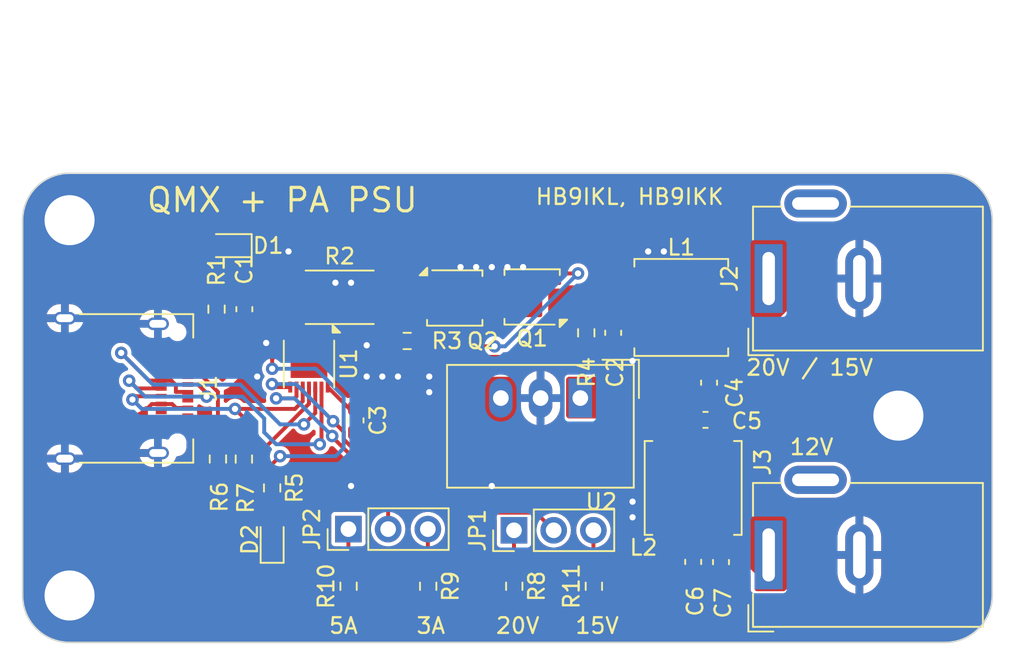
<source format=kicad_pcb>
(kicad_pcb (version 20221018) (generator pcbnew)
  (title_block (title "QMX + PA USB PD Power Board") (date "2024-10-08") (rev "1") (company "Lennart Werner"))
  (layers (0 "F.Cu" signal) (31 "B.Cu" signal) (34 "B.Paste" user) (35 "F.Paste" user) (36 "B.SilkS" user "B.Silkscreen") (37 "F.SilkS" user "F.Silkscreen") (38 "B.Mask" user) (39 "F.Mask" user) (44 "Edge.Cuts" user))
  (net 0 "")
  (net 1 "Net-(U1-ISENP)")
  (net 2 "GND")
  (net 3 "Net-(C2-Pad1)")
  (net 4 "Net-(U1-V5V)")
  (net 5 "VCC")
  (net 6 "Net-(U2-Vout)")
  (net 7 "+12V")
  (net 8 "Net-(D1-A)")
  (net 9 "Net-(D2-A)")
  (net 12 "Net-(J1-CC1)")
  (net 13 "Net-(U1-DP)")
  (net 14 "Net-(U1-DN)")
  (net 20 "Net-(J1-CC2)")
  (net 24 "Net-(JP1-A)")
  (net 25 "Net-(JP1-C)")
  (net 26 "Net-(JP1-B)")
  (net 27 "Net-(JP2-A)")
  (net 28 "Net-(JP2-C)")
  (net 29 "Net-(JP2-B)")
  (net 30 "Net-(Q1-G)")
  (net 31 "Net-(Q1-D)")
  (net 32 "Net-(U1-VCC)")
  (net 33 "Net-(U1-PWR_EN)")
  (net 34 "Net-(U1-VOUT)")
  (net 35 "Net-(U1-LED)")
  (footprint "Resistor_SMD:R_0603_1608Metric" (layer "F.Cu") (at 149.931904 93.409 -90)
    (fp_text reference "R9" (at 0 -1.43 90) (layer "F.SilkS"))
    (fp_text value "39k 1%")
    (fp_line (start -0.237258 -0.5225) (end 0.237258 -0.5225) (stroke (width 0.12)) (layer "F.SilkS"))
    (fp_line (start -0.237258 0.5225) (end 0.237258 0.5225) (stroke (width 0.12)) (layer "F.SilkS"))
    (pad "1" smd roundrect (at -0.825 0 270) (size 0.8 0.95) (layers "F.Cu" "F.Paste" "F.Mask") (net 29 "Net-(JP2-B)"))
    (pad "2" smd roundrect (at 0.825 0 270) (size 0.8 0.95) (layers "F.Cu" "F.Paste" "F.Mask") (net 2 "GND"))
  )
  (footprint "Connector_BarrelJack:BarrelJack_Wuerth_6941xx301002" (layer "F.Cu") (at 171.704 73.73301 90)
    (fp_text reference "J2" (at 0 -2.5 90) (layer "F.SilkS"))
    (fp_text value "Jack-DC")
    (fp_line (start -4.9 -1.3) (end -4.9 0.3) (stroke (width 0.12)) (layer "F.SilkS"))
    (fp_line (start -4.6 -1) (end -2.5 -1) (stroke (width 0.12)) (layer "F.SilkS"))
    (fp_line (start -4.6 13.7) (end -4.6 -1) (stroke (width 0.12)) (layer "F.SilkS"))
    (fp_line (start -3.2 -1.3) (end -4.9 -1.3) (stroke (width 0.12)) (layer "F.SilkS"))
    (fp_line (start 2.5 -1) (end 4.6 -1) (stroke (width 0.12)) (layer "F.SilkS"))
    (fp_line (start 4.6 -1) (end 4.6 0.8) (stroke (width 0.12)) (layer "F.SilkS"))
    (fp_line (start 4.6 5.2) (end 4.6 13.7) (stroke (width 0.12)) (layer "F.SilkS"))
    (fp_line (start 4.6 13.7) (end -4.6 13.7) (stroke (width 0.12)) (layer "F.SilkS"))
    (pad "1" thru_hole rect (at 0 0 90) (size 4.4 1.8) (drill oval 3.4 0.8) (layers "*.Cu" "*.Mask") (net 5 "VCC"))
    (pad "2" thru_hole oval (at 0 5.8 90) (size 4 1.8) (drill oval 3 0.8) (layers "*.Cu" "*.Mask") (net 2 "GND"))
    (pad "3" thru_hole oval (at 4.8 3 180) (size 4 1.8) (drill oval 3 0.8) (layers "*.Cu" "*.Mask"))
  )
  (footprint "Package_SON:Diodes_PowerDI3333-8" (layer "F.Cu") (at 156.579467 74.91 180)
    (fp_text reference "Q1" (at 0 -2.65) (layer "F.SilkS"))
    (fp_text value "DMN3009SFG-7")
    (fp_line (start -1.77 1.77) (end -1.77 1.4) (stroke (width 0.12)) (layer "F.SilkS"))
    (fp_line (start -1.77 1.77) (end 1.77 1.77) (stroke (width 0.12)) (layer "F.SilkS"))
    (fp_line (start 1.77 -1.77) (end -1.44 -1.77) (stroke (width 0.12)) (layer "F.SilkS"))
    (fp_line (start 1.77 -1.77) (end 1.77 -1.4) (stroke (width 0.12)) (layer "F.SilkS"))
    (fp_line (start 1.77 1.77) (end 1.77 1.4) (stroke (width 0.12)) (layer "F.SilkS"))
    (fp_poly (pts (xy -1.76 -1.45) (xy -2.24 -1.45) (xy -1.76 -1.93) (xy -1.76 -1.45)) (stroke (width 0.12)) (fill solid) (layer "F.SilkS"))
    (pad "1" smd roundrect (at -1.5 -0.975 180) (size 0.7 0.42) (layers "F.Cu" "F.Paste" "F.Mask") (net 3 "Net-(C2-Pad1)"))
    (pad "2" smd roundrect (at -1.5 -0.325 180) (size 0.7 0.42) (layers "F.Cu" "F.Paste" "F.Mask") (net 3 "Net-(C2-Pad1)"))
    (pad "3" smd roundrect (at -1.5 0.325 180) (size 0.7 0.42) (layers "F.Cu" "F.Paste" "F.Mask") (net 3 "Net-(C2-Pad1)"))
    (pad "4" smd roundrect (at -1.5 0.975 180) (size 0.7 0.42) (layers "F.Cu" "F.Paste" "F.Mask") (net 30 "Net-(Q1-G)"))
    (pad "5" smd custom (at 0.455 0 180) (size 1.71 2.37) (layers "F.Cu" "F.Mask") (net 31 "Net-(Q1-D)") (options (clearance outline) (anchor rect)) (primitives (gr_poly (pts (xy 1.395 1.185) (xy 0.855 1.185) (xy 0.855 0.765) (xy 1.395 0.765)) (width 0) (fill yes)) (gr_poly (pts (xy 1.395 0.535) (xy 0.855 0.535) (xy 0.855 0.115) (xy 1.395 0.115)) (width 0) (fill yes)) (gr_poly (pts (xy 1.395 -0.115) (xy 0.855 -0.115) (xy 0.855 -0.535) (xy 1.395 -0.535)) (width 0) (fill yes)) (gr_poly (pts (xy 1.395 -0.765) (xy 0.855 -0.765) (xy 0.855 -1.185) (xy 1.395 -1.185)) (width 0) (fill yes))))
  )
  (footprint "Resistor_SMD:R_0603_1608Metric" (layer "F.Cu") (at 139.954 87.122 -90)
    (fp_text reference "R5" (at 0 -1.43 90) (layer "F.SilkS"))
    (fp_text value "1k")
    (fp_line (start -0.237258 -0.5225) (end 0.237258 -0.5225) (stroke (width 0.12)) (layer "F.SilkS"))
    (fp_line (start -0.237258 0.5225) (end 0.237258 0.5225) (stroke (width 0.12)) (layer "F.SilkS"))
    (pad "1" smd roundrect (at -0.825 0 270) (size 0.8 0.95) (layers "F.Cu" "F.Paste" "F.Mask") (net 35 "Net-(U1-LED)"))
    (pad "2" smd roundrect (at 0.825 0 270) (size 0.8 0.95) (layers "F.Cu" "F.Paste" "F.Mask") (net 9 "Net-(D2-A)"))
  )
  (footprint "LED_SMD:LED_0603_1608Metric" (layer "F.Cu") (at 139.954 90.424 90)
    (fp_text reference "D2" (at 0 -1.43 90) (layer "F.SilkS"))
    (fp_text value "LED")
    (fp_line (start -1.485 -0.735) (end -1.485 0.735) (stroke (width 0.12)) (layer "F.SilkS"))
    (fp_line (start -1.485 0.735) (end 0.8 0.735) (stroke (width 0.12)) (layer "F.SilkS"))
    (fp_line (start 0.8 -0.735) (end -1.485 -0.735) (stroke (width 0.12)) (layer "F.SilkS"))
    (pad "1" smd roundrect (at -0.7875 0 90) (size 0.875 0.95) (layers "F.Cu" "F.Paste" "F.Mask") (net 2 "GND"))
    (pad "2" smd roundrect (at 0.7875 0 90) (size 0.875 0.95) (layers "F.Cu" "F.Paste" "F.Mask") (net 9 "Net-(D2-A)"))
  )
  (footprint "Resistor_SMD:R_0603_1608Metric" (layer "F.Cu") (at 155.436907 93.409 -90)
    (fp_text reference "R8" (at 0 -1.43 90) (layer "F.SilkS"))
    (fp_text value "39k 1%")
    (fp_line (start -0.237258 -0.5225) (end 0.237258 -0.5225) (stroke (width 0.12)) (layer "F.SilkS"))
    (fp_line (start -0.237258 0.5225) (end 0.237258 0.5225) (stroke (width 0.12)) (layer "F.SilkS"))
    (pad "1" smd roundrect (at -0.825 0 270) (size 0.8 0.95) (layers "F.Cu" "F.Paste" "F.Mask") (net 24 "Net-(JP1-A)"))
    (pad "2" smd roundrect (at 0.825 0 270) (size 0.8 0.95) (layers "F.Cu" "F.Paste" "F.Mask") (net 2 "GND"))
  )
  (footprint "Package_SON:Diodes_PowerDI3333-8" (layer "F.Cu") (at 151.630573 74.975)
    (fp_text reference "Q2" (at 1.785427 2.749) (layer "F.SilkS"))
    (fp_text value "DMN3009SFG-7")
    (fp_line (start -1.77 1.77) (end -1.77 1.4) (stroke (width 0.12)) (layer "F.SilkS"))
    (fp_line (start -1.77 1.77) (end 1.77 1.77) (stroke (width 0.12)) (layer "F.SilkS"))
    (fp_line (start 1.77 -1.77) (end -1.44 -1.77) (stroke (width 0.12)) (layer "F.SilkS"))
    (fp_line (start 1.77 -1.77) (end 1.77 -1.4) (stroke (width 0.12)) (layer "F.SilkS"))
    (fp_line (start 1.77 1.77) (end 1.77 1.4) (stroke (width 0.12)) (layer "F.SilkS"))
    (fp_poly (pts (xy -1.76 -1.45) (xy -2.24 -1.45) (xy -1.76 -1.93) (xy -1.76 -1.45)) (stroke (width 0.12)) (fill solid) (layer "F.SilkS"))
    (pad "1" smd roundrect (at -1.5 -0.975) (size 0.7 0.42) (layers "F.Cu" "F.Paste" "F.Mask") (net 32 "Net-(U1-VCC)"))
    (pad "2" smd roundrect (at -1.5 -0.325) (size 0.7 0.42) (layers "F.Cu" "F.Paste" "F.Mask") (net 32 "Net-(U1-VCC)"))
    (pad "3" smd roundrect (at -1.5 0.325) (size 0.7 0.42) (layers "F.Cu" "F.Paste" "F.Mask") (net 32 "Net-(U1-VCC)"))
    (pad "4" smd roundrect (at -1.5 0.975) (size 0.7 0.42) (layers "F.Cu" "F.Paste" "F.Mask") (net 30 "Net-(Q1-G)"))
    (pad "5" smd custom (at 0.455 0) (size 1.71 2.37) (layers "F.Cu" "F.Mask") (net 31 "Net-(Q1-D)") (options (clearance outline) (anchor rect)) (primitives (gr_poly (pts (xy 1.395 1.185) (xy 0.855 1.185) (xy 0.855 0.765) (xy 1.395 0.765)) (width 0) (fill yes)) (gr_poly (pts (xy 1.395 0.535) (xy 0.855 0.535) (xy 0.855 0.115) (xy 1.395 0.115)) (width 0) (fill yes)) (gr_poly (pts (xy 1.395 -0.115) (xy 0.855 -0.115) (xy 0.855 -0.535) (xy 1.395 -0.535)) (width 0) (fill yes)) (gr_poly (pts (xy 1.395 -0.765) (xy 0.855 -0.765) (xy 0.855 -1.185) (xy 1.395 -1.185)) (width 0) (fill yes))))
  )
  (footprint "Package_DFN_QFN:DFN-14-1EP_3x3mm_P0.4mm_EP1.78x2.35mm" (layer "F.Cu") (at 142.31 79.199 -90)
    (fp_text reference "U1" (at 0 -2.55 90) (layer "F.SilkS"))
    (fp_text value "~")
    (fp_line (start -1.5 -1.61) (end 1.5 -1.61) (stroke (width 0.12)) (layer "F.SilkS"))
    (fp_line (start -1.5 1.61) (end 1.5 1.61) (stroke (width 0.12)) (layer "F.SilkS"))
    (fp_poly (pts (xy -2.01 -1.51) (xy -2.49 -1.51) (xy -2.01 -1.99) (xy -2.01 -1.51)) (stroke (width 0.12)) (fill solid) (layer "F.SilkS"))
    (pad "1" smd rect (at -1.475 -1.2 270) (size 0.7 0.25) (layers "F.Cu" "F.Paste" "F.Mask") (net 34 "Net-(U1-VOUT)"))
    (pad "2" smd rect (at -1.475 -0.8 270) (size 0.7 0.25) (layers "F.Cu" "F.Paste" "F.Mask") (net 33 "Net-(U1-PWR_EN)"))
    (pad "3" smd rect (at -1.475 -0.4 270) (size 0.7 0.25) (layers "F.Cu" "F.Paste" "F.Mask") (net 32 "Net-(U1-VCC)"))
    (pad "4" smd rect (at -1.475 0 270) (size 0.7 0.25) (layers "F.Cu" "F.Paste" "F.Mask") (net 1 "Net-(U1-ISENP)"))
    (pad "5" smd rect (at -1.475 0.4 270) (size 0.7 0.25) (layers "F.Cu" "F.Paste" "F.Mask") (net 2 "GND"))
    (pad "6" smd rect (at -1.475 0.8 270) (size 0.7 0.25) (layers "F.Cu" "F.Paste" "F.Mask"))
    (pad "7" smd rect (at -1.475 1.2 270) (size 0.7 0.25) (layers "F.Cu" "F.Paste" "F.Mask") (net 35 "Net-(U1-LED)"))
    (pad "8" smd rect (at 1.475 1.2 270) (size 0.7 0.25) (layers "F.Cu" "F.Paste" "F.Mask") (net 25 "Net-(JP1-C)"))
    (pad "9" smd rect (at 1.475 0.8 270) (size 0.7 0.25) (layers "F.Cu" "F.Paste" "F.Mask") (net 28 "Net-(JP2-C)"))
    (pad "10" smd rect (at 1.475 0.4 270) (size 0.7 0.25) (layers "F.Cu" "F.Paste" "F.Mask") (net 20 "Net-(J1-CC2)"))
    (pad "11" smd rect (at 1.475 0 270) (size 0.7 0.25) (layers "F.Cu" "F.Paste" "F.Mask") (net 12 "Net-(J1-CC1)"))
    (pad "12" smd rect (at 1.475 -0.4 270) (size 0.7 0.25) (layers "F.Cu" "F.Paste" "F.Mask") (net 14 "Net-(U1-DN)"))
    (pad "13" smd rect (at 1.475 -0.8 270) (size 0.7 0.25) (layers "F.Cu" "F.Paste" "F.Mask") (net 13 "Net-(U1-DP)"))
    (pad "14" smd rect (at 1.475 -1.2 270) (size 0.7 0.25) (layers "F.Cu" "F.Paste" "F.Mask") (net 4 "Net-(U1-V5V)"))
    (pad "15" smd rect (at 0 0 270) (size 1.78 2.35) (layers "F.Cu" "F.Mask") (net 2 "GND"))
  )
  (footprint "Inductor_SMD:L_Coilcraft_XAL5030-XXX" (layer "F.Cu") (at 166.878 87.122 -90)
    (fp_text reference "L2" (at 3.81 3.175 -180) (layer "F.SilkS"))
    (fp_text value "1uH")
    (fp_line (start -3 -3.1) (end -3 -2.61) (stroke (width 0.12)) (layer "F.SilkS"))
    (fp_line (start -3 -3.1) (end 3 -3.1) (stroke (width 0.12)) (layer "F.SilkS"))
    (fp_line (start -3 3.1) (end -3 2.61) (stroke (width 0.12)) (layer "F.SilkS"))
    (fp_line (start -3 3.1) (end 3 3.1) (stroke (width 0.12)) (layer "F.SilkS"))
    (fp_line (start 3 -3.1) (end 3 -2.61) (stroke (width 0.12)) (layer "F.SilkS"))
    (fp_line (start 3 3.1) (end 3 2.61) (stroke (width 0.12)) (layer "F.SilkS"))
    (pad "1" smd rect (at -1.655 0 270) (size 1.18 4.7) (layers "F.Cu" "F.Paste" "F.Mask") (net 6 "Net-(U2-Vout)"))
    (pad "2" smd rect (at 1.655 0 270) (size 1.18 4.7) (layers "F.Cu" "F.Paste" "F.Mask") (net 7 "+12V"))
  )
  (footprint "Capacitor_SMD:C_0603_1608Metric" (layer "F.Cu") (at 145.288 82.804 -90)
    (fp_text reference "C3" (at 0 -1.43 90) (layer "F.SilkS"))
    (fp_text value "1uF")
    (fp_line (start -0.14058 -0.51) (end 0.14058 -0.51) (stroke (width 0.12)) (layer "F.SilkS"))
    (fp_line (start -0.14058 0.51) (end 0.14058 0.51) (stroke (width 0.12)) (layer "F.SilkS"))
    (pad "1" smd roundrect (at -0.775 0 270) (size 0.9 0.95) (layers "F.Cu" "F.Paste" "F.Mask") (net 4 "Net-(U1-V5V)"))
    (pad "2" smd roundrect (at 0.775 0 270) (size 0.9 0.95) (layers "F.Cu" "F.Paste" "F.Mask") (net 2 "GND"))
  )
  (footprint "Capacitor_SMD:C_0603_1608Metric" (layer "F.Cu") (at 166.878 91.852517 90)
    (fp_text reference "C6" (at -2.508483 0.127 90) (layer "F.SilkS"))
    (fp_text value "22uF")
    (fp_line (start -0.14058 -0.51) (end 0.14058 -0.51) (stroke (width 0.12)) (layer "F.SilkS"))
    (fp_line (start -0.14058 0.51) (end 0.14058 0.51) (stroke (width 0.12)) (layer "F.SilkS"))
    (pad "1" smd roundrect (at -0.775 0 90) (size 0.9 0.95) (layers "F.Cu" "F.Paste" "F.Mask") (net 2 "GND"))
    (pad "2" smd roundrect (at 0.775 0 90) (size 0.9 0.95) (layers "F.Cu" "F.Paste" "F.Mask") (net 7 "+12V"))
  )
  (footprint "Converter_DCDC:Converter_DCDC_TRACO_TSR-1_THT" (layer "F.Cu") (at 159.6585 81.3755 180)
    (fp_text reference "U2" (at -1.3415 -6.6245) (layer "F.SilkS"))
    (fp_text value "TSR_1-2412")
    (fp_line (start -3.75 0) (end -3.75 2.45) (stroke (width 0.12)) (layer "F.SilkS"))
    (fp_line (start -3.75 2.45) (end -1.42 2.45) (stroke (width 0.12)) (layer "F.SilkS"))
    (fp_line (start -3.42 -5.73) (end 8.52 -5.73) (stroke (width 0.12)) (layer "F.SilkS"))
    (fp_line (start -3.42 2.12) (end -3.42 -5.73) (stroke (width 0.12)) (layer "F.SilkS"))
    (fp_line (start 8.52 -5.73) (end 8.52 2.12) (stroke (width 0.12)) (layer "F.SilkS"))
    (fp_line (start 8.52 2.12) (end -3.42 2.12) (stroke (width 0.12)) (layer "F.SilkS"))
    (pad "1" thru_hole rect (at 0 0 180) (size 1.5 2.5) (drill 1) (layers "*.Cu" "*.Mask") (net 5 "VCC"))
    (pad "2" thru_hole oval (at 2.54 0 180) (size 1.5 2.5) (drill 1) (layers "*.Cu" "*.Mask") (net 2 "GND"))
    (pad "3" thru_hole oval (at 5.08 0 180) (size 1.5 2.5) (drill 1) (layers "*.Cu" "*.Mask") (net 6 "Net-(U2-Vout)"))
  )
  (footprint "Connector_BarrelJack:BarrelJack_Wuerth_6941xx301002" (layer "F.Cu") (at 171.704 91.405 90)
    (fp_text reference "J3" (at 5.934 -0.381 90) (layer "F.SilkS"))
    (fp_text value "Jack-DC")
    (fp_line (start -4.9 -1.3) (end -4.9 0.3) (stroke (width 0.12)) (layer "F.SilkS"))
    (fp_line (start -4.6 -1) (end -2.5 -1) (stroke (width 0.12)) (layer "F.SilkS"))
    (fp_line (start -4.6 13.7) (end -4.6 -1) (stroke (width 0.12)) (layer "F.SilkS"))
    (fp_line (start -3.2 -1.3) (end -4.9 -1.3) (stroke (width 0.12)) (layer "F.SilkS"))
    (fp_line (start 2.5 -1) (end 4.6 -1) (stroke (width 0.12)) (layer "F.SilkS"))
    (fp_line (start 4.6 -1) (end 4.6 0.8) (stroke (width 0.12)) (layer "F.SilkS"))
    (fp_line (start 4.6 5.2) (end 4.6 13.7) (stroke (width 0.12)) (layer "F.SilkS"))
    (fp_line (start 4.6 13.7) (end -4.6 13.7) (stroke (width 0.12)) (layer "F.SilkS"))
    (pad "1" thru_hole rect (at 0 0 90) (size 4.4 1.8) (drill oval 3.4 0.8) (layers "*.Cu" "*.Mask") (net 7 "+12V"))
    (pad "2" thru_hole oval (at 0 5.8 90) (size 4 1.8) (drill oval 3 0.8) (layers "*.Cu" "*.Mask") (net 2 "GND"))
    (pad "3" thru_hole oval (at 4.8 3 180) (size 4 1.8) (drill oval 3 0.8) (layers "*.Cu" "*.Mask"))
  )
  (footprint "Resistor_SMD:R_0603_1608Metric" (layer "F.Cu") (at 136.486305 85.272467 90)
    (fp_text reference "R6" (at -2.434799 0.103024 90) (layer "F.SilkS"))
    (fp_text value "5.1k")
    (fp_line (start -0.237258 -0.5225) (end 0.237258 -0.5225) (stroke (width 0.12)) (layer "F.SilkS"))
    (fp_line (start -0.237258 0.5225) (end 0.237258 0.5225) (stroke (width 0.12)) (layer "F.SilkS"))
    (pad "1" smd roundrect (at -0.825 0 90) (size 0.8 0.95) (layers "F.Cu" "F.Paste" "F.Mask") (net 2 "GND"))
    (pad "2" smd roundrect (at 0.825 0 90) (size 0.8 0.95) (layers "F.Cu" "F.Paste" "F.Mask") (net 12 "Net-(J1-CC1)"))
  )
  (footprint "Resistor_SMD:R_0603_1608Metric" (layer "F.Cu") (at 136.398 75.692 90)
    (fp_text reference "R1" (at 2.438266 0 90) (layer "F.SilkS"))
    (fp_text value "100k")
    (fp_line (start -0.237258 -0.5225) (end 0.237258 -0.5225) (stroke (width 0.12)) (layer "F.SilkS"))
    (fp_line (start -0.237258 0.5225) (end 0.237258 0.5225) (stroke (width 0.12)) (layer "F.SilkS"))
    (pad "1" smd roundrect (at -0.825 0 90) (size 0.8 0.95) (layers "F.Cu" "F.Paste" "F.Mask") (net 1 "Net-(U1-ISENP)"))
    (pad "2" smd roundrect (at 0.825 0 90) (size 0.8 0.95) (layers "F.Cu" "F.Paste" "F.Mask") (net 8 "Net-(D1-A)"))
  )
  (footprint "Connector_PinHeader_2.54mm:PinHeader_1x03_P2.54mm_Vertical" (layer "F.Cu") (at 144.831305 89.755714 90)
    (fp_text reference "JP2" (at 0 -2.33 90) (layer "F.SilkS"))
    (fp_text value "Jumper_3_Bridged12")
    (fp_line (start -1.33 -1.33) (end 0 -1.33) (stroke (width 0.12)) (layer "F.SilkS"))
    (fp_line (start -1.33 0) (end -1.33 -1.33) (stroke (width 0.12)) (layer "F.SilkS"))
    (fp_line (start -1.33 1.27) (end -1.33 6.41) (stroke (width 0.12)) (layer "F.SilkS"))
    (fp_line (start -1.33 1.27) (end 1.33 1.27) (stroke (width 0.12)) (layer "F.SilkS"))
    (fp_line (start -1.33 6.41) (end 1.33 6.41) (stroke (width 0.12)) (layer "F.SilkS"))
    (fp_line (start 1.33 1.27) (end 1.33 6.41) (stroke (width 0.12)) (layer "F.SilkS"))
    (pad "1" thru_hole rect (at 0 0 90) (size 1.7 1.7) (drill 1) (layers "*.Cu" "*.Mask") (net 27 "Net-(JP2-A)"))
    (pad "2" thru_hole oval (at 0 2.54 90) (size 1.7 1.7) (drill 1) (layers "*.Cu" "*.Mask") (net 28 "Net-(JP2-C)"))
    (pad "3" thru_hole oval (at 0 5.08 90) (size 1.7 1.7) (drill 1) (layers "*.Cu" "*.Mask") (net 29 "Net-(JP2-B)"))
  )
  (footprint "Resistor_SMD:R_0603_1608Metric" (layer "F.Cu") (at 144.84081 93.409 90)
    (fp_text reference "R10" (at 0 -1.43 90) (layer "F.SilkS"))
    (fp_text value " 5.1k 1%")
    (fp_line (start -0.237258 -0.5225) (end 0.237258 -0.5225) (stroke (width 0.12)) (layer "F.SilkS"))
    (fp_line (start -0.237258 0.5225) (end 0.237258 0.5225) (stroke (width 0.12)) (layer "F.SilkS"))
    (pad "1" smd roundrect (at -0.825 0 90) (size 0.8 0.95) (layers "F.Cu" "F.Paste" "F.Mask") (net 2 "GND"))
    (pad "2" smd roundrect (at 0.825 0 90) (size 0.8 0.95) (layers "F.Cu" "F.Paste" "F.Mask") (net 27 "Net-(JP2-A)"))
  )
  (footprint "Resistor_SMD:R_0603_1608Metric" (layer "F.Cu") (at 138.146282 85.276023 90)
    (fp_text reference "R7" (at -2.503102 0.119766 90) (layer "F.SilkS"))
    (fp_text value "5.1k")
    (fp_line (start -0.237258 -0.5225) (end 0.237258 -0.5225) (stroke (width 0.12)) (layer "F.SilkS"))
    (fp_line (start -0.237258 0.5225) (end 0.237258 0.5225) (stroke (width 0.12)) (layer "F.SilkS"))
    (pad "1" smd roundrect (at -0.825 0 90) (size 0.8 0.95) (layers "F.Cu" "F.Paste" "F.Mask") (net 2 "GND"))
    (pad "2" smd roundrect (at 0.825 0 90) (size 0.8 0.95) (layers "F.Cu" "F.Paste" "F.Mask") (net 20 "Net-(J1-CC2)"))
  )
  (footprint "Resistor_SMD:R_0603_1608Metric" (layer "F.Cu") (at 160.528 93.409 90)
    (fp_text reference "R11" (at 0 -1.43 90) (layer "F.SilkS"))
    (fp_text value "52k")
    (fp_line (start -0.237258 -0.5225) (end 0.237258 -0.5225) (stroke (width 0.12)) (layer "F.SilkS"))
    (fp_line (start -0.237258 0.5225) (end 0.237258 0.5225) (stroke (width 0.12)) (layer "F.SilkS"))
    (pad "1" smd roundrect (at -0.825 0 90) (size 0.8 0.95) (layers "F.Cu" "F.Paste" "F.Mask") (net 2 "GND"))
    (pad "2" smd roundrect (at 0.825 0 90) (size 0.8 0.95) (layers "F.Cu" "F.Paste" "F.Mask") (net 26 "Net-(JP1-B)"))
  )
  (footprint "Connector_PinHeader_2.54mm:PinHeader_1x03_P2.54mm_Vertical" (layer "F.Cu") (at 155.418012 89.830269 90)
    (fp_text reference "JP1" (at 0 -2.33 90) (layer "F.SilkS"))
    (fp_text value "Jumper_3_Bridged12" hide)
    (fp_line (start -1.33 -1.33) (end 0 -1.33) (stroke (width 0.12)) (layer "F.SilkS"))
    (fp_line (start -1.33 0) (end -1.33 -1.33) (stroke (width 0.12)) (layer "F.SilkS"))
    (fp_line (start -1.33 1.27) (end -1.33 6.41) (stroke (width 0.12)) (layer "F.SilkS"))
    (fp_line (start -1.33 1.27) (end 1.33 1.27) (stroke (width 0.12)) (layer "F.SilkS"))
    (fp_line (start -1.33 6.41) (end 1.33 6.41) (stroke (width 0.12)) (layer "F.SilkS"))
    (fp_line (start 1.33 1.27) (end 1.33 6.41) (stroke (width 0.12)) (layer "F.SilkS"))
    (pad "1" thru_hole rect (at 0 0 90) (size 1.7 1.7) (drill 1) (layers "*.Cu" "*.Mask") (net 24 "Net-(JP1-A)"))
    (pad "2" thru_hole oval (at 0 2.54 90) (size 1.7 1.7) (drill 1) (layers "*.Cu" "*.Mask") (net 25 "Net-(JP1-C)"))
    (pad "3" thru_hole oval (at 0 5.08 90) (size 1.7 1.7) (drill 1) (layers "*.Cu" "*.Mask") (net 26 "Net-(JP1-B)"))
  )
  (footprint "Capacitor_SMD:C_0603_1608Metric" (layer "F.Cu") (at 168.656 91.864277 -90)
    (fp_text reference "C7" (at 2.623723 -0.127 90) (layer "F.SilkS"))
    (fp_text value "10uF")
    (fp_line (start -0.14058 -0.51) (end 0.14058 -0.51) (stroke (width 0.12)) (layer "F.SilkS"))
    (fp_line (start -0.14058 0.51) (end 0.14058 0.51) (stroke (width 0.12)) (layer "F.SilkS"))
    (pad "1" smd roundrect (at -0.775 0 270) (size 0.9 0.95) (layers "F.Cu" "F.Paste" "F.Mask") (net 7 "+12V"))
    (pad "2" smd roundrect (at 0.775 0 270) (size 0.9 0.95) (layers "F.Cu" "F.Paste" "F.Mask") (net 2 "GND"))
  )
  (footprint "Capacitor_SMD:C_0603_1608Metric" (layer "F.Cu") (at 167.894 80.391 90)
    (fp_text reference "C4" (at -0.641592 1.635964 90) (layer "F.SilkS"))
    (fp_text value "22uF")
    (fp_line (start -0.14058 -0.51) (end 0.14058 -0.51) (stroke (width 0.12)) (layer "F.SilkS"))
    (fp_line (start -0.14058 0.51) (end 0.14058 0.51) (stroke (width 0.12)) (layer "F.SilkS"))
    (pad "1" smd roundrect (at -0.775 0 90) (size 0.9 0.95) (layers "F.Cu" "F.Paste" "F.Mask") (net 2 "GND"))
    (pad "2" smd roundrect (at 0.775 0 90) (size 0.9 0.95) (layers "F.Cu" "F.Paste" "F.Mask") (net 5 "VCC"))
  )
  (footprint "Connector_USB:USB_C_Receptacle_Amphenol_12401610E4-2A" (layer "F.Cu") (at 129.539512 80.757757 -90)
    (fp_text reference "J1" (at 0 -6.36 90) (layer "F.SilkS"))
    (fp_text value "USB_C_Receptacle")
    (fp_line (start -4.75 -5.37) (end -4.75 1.89) (stroke (width 0.12)) (layer "F.SilkS"))
    (fp_line (start -4.75 -5.37) (end -3.25 -5.37) (stroke (width 0.12)) (layer "F.SilkS"))
    (fp_line (start 3.25 -5.37) (end 4.75 -5.37) (stroke (width 0.12)) (layer "F.SilkS"))
    (fp_line (start 4.75 -5.37) (end 4.75 1.89) (stroke (width 0.12)) (layer "F.SilkS"))
    (pad "" np_thru_hole circle (at -3.6 -4.36 270) (size 0.65 0.65) (drill 0.65) (layers "*.Cu" "*.Mask"))
    (pad "" np_thru_hole oval (at 3.6 -4.36 270) (size 0.95 0.65) (drill oval 0.95 0.65) (layers "*.Cu" "*.Mask"))
    (pad "A1" smd rect (at -2.75 -5.02 270) (size 0.3 0.7) (layers "F.Cu" "F.Paste" "F.Mask") (net 2 "GND"))
    (pad "A2" smd rect (at -2.25 -5.02 270) (size 0.3 0.7) (layers "F.Cu" "F.Paste" "F.Mask"))
    (pad "A3" smd rect (at -1.75 -5.02 270) (size 0.3 0.7) (layers "F.Cu" "F.Paste" "F.Mask"))
    (pad "A4" smd rect (at -1.25 -5.02 270) (size 0.3 0.7) (layers "F.Cu" "F.Paste" "F.Mask") (net 1 "Net-(U1-ISENP)"))
    (pad "A5" smd rect (at -0.75 -5.02 270) (size 0.3 0.7) (layers "F.Cu" "F.Paste" "F.Mask") (net 12 "Net-(J1-CC1)"))
    (pad "A6" smd rect (at -0.25 -5.02 270) (size 0.3 0.7) (layers "F.Cu" "F.Paste" "F.Mask") (net 13 "Net-(U1-DP)"))
    (pad "A7" smd rect (at 0.25 -5.02 270) (size 0.3 0.7) (layers "F.Cu" "F.Paste" "F.Mask") (net 14 "Net-(U1-DN)"))
    (pad "A8" smd rect (at 0.75 -5.02 270) (size 0.3 0.7) (layers "F.Cu" "F.Paste" "F.Mask"))
    (pad "A9" smd rect (at 1.25 -5.02 270) (size 0.3 0.7) (layers "F.Cu" "F.Paste" "F.Mask") (net 1 "Net-(U1-ISENP)"))
    (pad "A10" smd rect (at 1.75 -5.02 270) (size 0.3 0.7) (layers "F.Cu" "F.Paste" "F.Mask"))
    (pad "A11" smd rect (at 2.25 -5.02 270) (size 0.3 0.7) (layers "F.Cu" "F.Paste" "F.Mask"))
    (pad "A12" smd rect (at 2.75 -5.02 270) (size 0.3 0.7) (layers "F.Cu" "F.Paste" "F.Mask") (net 2 "GND"))
    (pad "B1" smd rect (at 2.5 -3.32 270) (size 0.3 0.7) (layers "F.Cu" "F.Paste" "F.Mask") (net 2 "GND"))
    (pad "B2" smd rect (at 2 -3.32 270) (size 0.3 0.7) (layers "F.Cu" "F.Paste" "F.Mask"))
    (pad "B3" smd rect (at 1.5 -3.32 270) (size 0.3 0.7) (layers "F.Cu" "F.Paste" "F.Mask"))
    (pad "B4" smd rect (at 1 -3.32 270) (size 0.3 0.7) (layers "F.Cu" "F.Paste" "F.Mask") (net 1 "Net-(U1-ISENP)"))
    (pad "B5" smd rect (at 0.5 -3.32 270) (size 0.3 0.7) (layers "F.Cu" "F.Paste" "F.Mask") (net 20 "Net-(J1-CC2)"))
    (pad "B6" smd rect (at 0 -3.32 270) (size 0.3 0.7) (layers "F.Cu" "F.Paste" "F.Mask") (net 13 "Net-(U1-DP)"))
    (pad "B7" smd rect (at -0.5 -3.32 270) (size 0.3 0.7) (layers "F.Cu" "F.Paste" "F.Mask") (net 14 "Net-(U1-DN)"))
    (pad "B8" smd rect (at -1 -3.32 270) (size 0.3 0.7) (layers "F.Cu" "F.Paste" "F.Mask"))
    (pad "B9" smd rect (at -1.5 -3.32 270) (size 0.3 0.7) (layers "F.Cu" "F.Paste" "F.Mask") (net 1 "Net-(U1-ISENP)"))
    (pad "B10" smd rect (at -2 -3.32 270) (size 0.3 0.7) (layers "F.Cu" "F.Paste" "F.Mask"))
    (pad "B11" smd rect (at -2.5 -3.32 270) (size 0.3 0.7) (layers "F.Cu" "F.Paste" "F.Mask"))
    (pad "B12" smd rect (at -3 -3.32 270) (size 0.3 0.7) (layers "F.Cu" "F.Paste" "F.Mask") (net 2 "GND"))
    (pad "S1" thru_hole oval (at -4.49 2.84 270) (size 0.8 1.4) (drill oval 0.5 1.1) (layers "*.Cu" "*.Mask") (net 2 "GND"))
    (pad "S1" thru_hole oval (at -4.13 -3.11 270) (size 0.8 1.4) (drill oval 0.5 1.1) (layers "*.Cu" "*.Mask") (net 2 "GND"))
    (pad "S1" thru_hole oval (at 4.13 -3.11 270) (size 0.8 1.4) (drill oval 0.5 1.1) (layers "*.Cu" "*.Mask") (net 2 "GND"))
    (pad "S1" thru_hole oval (at 4.49 2.84 270) (size 0.8 1.4) (drill oval 0.5 1.1) (layers "*.Cu" "*.Mask") (net 2 "GND"))
  )
  (footprint "Resistor_SMD:R_0603_1608Metric" (layer "F.Cu") (at 160.039746 77.203 -90)
    (fp_text reference "R4" (at 2.523423 -0.023921 90) (layer "F.SilkS"))
    (fp_text value "R100")
    (fp_line (start -0.237258 -0.5225) (end 0.237258 -0.5225) (stroke (width 0.12)) (layer "F.SilkS"))
    (fp_line (start -0.237258 0.5225) (end 0.237258 0.5225) (stroke (width 0.12)) (layer "F.SilkS"))
    (pad "1" smd roundrect (at -0.825 0 270) (size 0.8 0.95) (layers "F.Cu" "F.Paste" "F.Mask") (net 3 "Net-(C2-Pad1)"))
    (pad "2" smd roundrect (at 0.825 0 270) (size 0.8 0.95) (layers "F.Cu" "F.Paste" "F.Mask") (net 34 "Net-(U1-VOUT)"))
  )
  (footprint "Inductor_SMD:L_Coilcraft_XAL5030-XXX" (layer "F.Cu") (at 166.115795 75.580021)
    (fp_text reference "L1" (at 0 -3.84) (layer "F.SilkS"))
    (fp_text value "1uH")
    (fp_line (start -3 -3.1) (end -3 -2.61) (stroke (width 0.12)) (layer "F.SilkS"))
    (fp_line (start -3 -3.1) (end 3 -3.1) (stroke (width 0.12)) (layer "F.SilkS"))
    (fp_line (start -3 3.1) (end -3 2.61) (stroke (width 0.12)) (layer "F.SilkS"))
    (fp_line (start -3 3.1) (end 3 3.1) (stroke (width 0.12)) (layer "F.SilkS"))
    (fp_line (start 3 -3.1) (end 3 -2.61) (stroke (width 0.12)) (layer "F.SilkS"))
    (fp_line (start 3 3.1) (end 3 2.61) (stroke (width 0.12)) (layer "F.SilkS"))
    (pad "1" smd rect (at -1.655 0) (size 1.18 4.7) (layers "F.Cu" "F.Paste" "F.Mask") (net 3 "Net-(C2-Pad1)"))
    (pad "2" smd rect (at 1.655 0) (size 1.18 4.7) (layers "F.Cu" "F.Paste" "F.Mask") (net 5 "VCC"))
  )
  (footprint "LED_SMD:LED_0603_1608Metric" (layer "F.Cu") (at 137.16 71.628 180)
    (fp_text reference "D1" (at -2.54 0) (layer "F.SilkS"))
    (fp_text value "LED")
    (fp_line (start -1.485 -0.735) (end -1.485 0.735) (stroke (width 0.12)) (layer "F.SilkS"))
    (fp_line (start -1.485 0.735) (end 0.8 0.735) (stroke (width 0.12)) (layer "F.SilkS"))
    (fp_line (start 0.8 -0.735) (end -1.485 -0.735) (stroke (width 0.12)) (layer "F.SilkS"))
    (pad "1" smd roundrect (at -0.7875 0 180) (size 0.875 0.95) (layers "F.Cu" "F.Paste" "F.Mask") (net 2 "GND"))
    (pad "2" smd roundrect (at 0.7875 0 180) (size 0.875 0.95) (layers "F.Cu" "F.Paste" "F.Mask") (net 8 "Net-(D1-A)"))
  )
  (footprint "Capacitor_SMD:C_0603_1608Metric" (layer "F.Cu") (at 167.66476 82.769013)
    (fp_text reference "C5" (at 2.646375 0.071524) (layer "F.SilkS"))
    (fp_text value "10uF")
    (fp_line (start -0.14058 -0.51) (end 0.14058 -0.51) (stroke (width 0.12)) (layer "F.SilkS"))
    (fp_line (start -0.14058 0.51) (end 0.14058 0.51) (stroke (width 0.12)) (layer "F.SilkS"))
    (pad "1" smd roundrect (at -0.775 0) (size 0.9 0.95) (layers "F.Cu" "F.Paste" "F.Mask") (net 6 "Net-(U2-Vout)"))
    (pad "2" smd roundrect (at 0.775 0) (size 0.9 0.95) (layers "F.Cu" "F.Paste" "F.Mask") (net 2 "GND"))
  )
  (footprint "Resistor_SMD:R_0603_1608Metric" (layer "F.Cu") (at 148.59 77.724)
    (fp_text reference "R3" (at 2.54 0) (layer "F.SilkS"))
    (fp_text value "R10")
    (fp_line (start -0.237258 -0.5225) (end 0.237258 -0.5225) (stroke (width 0.12)) (layer "F.SilkS"))
    (fp_line (start -0.237258 0.5225) (end 0.237258 0.5225) (stroke (width 0.12)) (layer "F.SilkS"))
    (pad "1" smd roundrect (at -0.825 0) (size 0.8 0.95) (layers "F.Cu" "F.Paste" "F.Mask") (net 33 "Net-(U1-PWR_EN)"))
    (pad "2" smd roundrect (at 0.825 0) (size 0.8 0.95) (layers "F.Cu" "F.Paste" "F.Mask") (net 30 "Net-(Q1-G)"))
  )
  (footprint "Capacitor_SMD:C_0603_1608Metric" (layer "F.Cu") (at 138.176 75.692 90)
    (fp_text reference "C1" (at 2.54 0 90) (layer "F.SilkS"))
    (fp_text value "10uF")
    (fp_line (start -0.14058 -0.51) (end 0.14058 -0.51) (stroke (width 0.12)) (layer "F.SilkS"))
    (fp_line (start -0.14058 0.51) (end 0.14058 0.51) (stroke (width 0.12)) (layer "F.SilkS"))
    (pad "1" smd roundrect (at -0.775 0 90) (size 0.9 0.95) (layers "F.Cu" "F.Paste" "F.Mask") (net 1 "Net-(U1-ISENP)"))
    (pad "2" smd roundrect (at 0.775 0 90) (size 0.9 0.95) (layers "F.Cu" "F.Paste" "F.Mask") (net 2 "GND"))
  )
  (footprint "Resistor_SMD:R_2512_6332Metric" (layer "F.Cu") (at 144.272 74.93)
    (fp_text reference "R2" (at 0 -2.62) (layer "F.SilkS"))
    (fp_text value "5m")
    (fp_line (start -2.177064 -1.71) (end 2.177064 -1.71) (stroke (width 0.12)) (layer "F.SilkS"))
    (fp_line (start -2.177064 1.71) (end 2.177064 1.71) (stroke (width 0.12)) (layer "F.SilkS"))
    (pad "1" smd roundrect (at -2.9625 0) (size 1.225 3.35) (layers "F.Cu" "F.Paste" "F.Mask") (roundrect_rratio 0.2040816327) (net 1 "Net-(U1-ISENP)"))
    (pad "2" smd roundrect (at 2.9625 0) (size 1.225 3.35) (layers "F.Cu" "F.Paste" "F.Mask") (roundrect_rratio 0.2040816327) (net 32 "Net-(U1-VCC)"))
  )
  (footprint "Capacitor_SMD:C_0603_1608Metric" (layer "F.Cu") (at 161.762091 77.203 -90)
    (fp_text reference "C2" (at 2.535674 -0.119607 90) (layer "F.SilkS"))
    (fp_text value "10uF")
    (fp_line (start -0.14058 -0.51) (end 0.14058 -0.51) (stroke (width 0.12)) (layer "F.SilkS"))
    (fp_line (start -0.14058 0.51) (end 0.14058 0.51) (stroke (width 0.12)) (layer "F.SilkS"))
    (pad "1" smd roundrect (at -0.775 0 270) (size 0.9 0.95) (layers "F.Cu" "F.Paste" "F.Mask") (net 3 "Net-(C2-Pad1)"))
    (pad "2" smd roundrect (at 0.775 0 270) (size 0.9 0.95) (layers "F.Cu" "F.Paste" "F.Mask") (net 2 "GND"))
  )
  (gr_arc (start 127 97) (mid 124.87868 96.12132) (end 124 94) (stroke (width 0.1)) (layer "Edge.Cuts"))
  (gr_arc (start 124 70) (mid 124.87868 67.87868) (end 127 67) (stroke (width 0.1)) (layer "Edge.Cuts"))
  (gr_arc (start 183 67) (mid 185.12132 67.87868) (end 186 70) (stroke (width 0.1)) (layer "Edge.Cuts"))
  (gr_line (start 183 97) (end 127 97) (stroke (width 0.1)) (layer "Edge.Cuts"))
  (gr_line (start 127 67) (end 183 67) (stroke (width 0.1)) (layer "Edge.Cuts"))
  (gr_arc (start 186 94) (mid 185.12132 96.12132) (end 183 97) (stroke (width 0.1)) (layer "Edge.Cuts"))
  (gr_line (start 186 70) (end 186 94) (stroke (width 0.1)) (layer "Edge.Cuts"))
  (gr_line (start 124 94) (end 124 70) (stroke (width 0.1)) (layer "Edge.Cuts"))
  (gr_text "20V / 15V" (at 170.18 80.01) (layer "F.SilkS") (effects (font (size 1 1)) (justify left bottom)))
  (gr_text "12V" (at 172.974 85.09) (layer "F.SilkS") (effects (font (size 1 1)) (justify left bottom)))
  (gr_text "5A" (at 143.51 96.52) (layer "F.SilkS") (effects (font (size 1 1)) (justify left bottom)))
  (gr_text "15V" (at 159.258 96.52) (layer "F.SilkS") (effects (font (size 1 1)) (justify left bottom)))
  (gr_text "20V" (at 154.178 96.52) (layer "F.SilkS") (effects (font (size 1 1)) (justify left bottom)))
  (gr_text "3A" (at 149.098 96.52) (layer "F.SilkS") (effects (font (size 1 1)) (justify left bottom)))
  (gr_text "HB9IKL, HB9IKK" (at 156.718 69.088) (layer "F.SilkS") (effects (font (size 1 1)) (justify left bottom)))
  (gr_text "QMX + PA PSU" (at 131.826 69.596) (layer "F.SilkS") (effects (font (size 1.5 1.5) (thickness 0.2)) (justify left bottom)))
  (segment (start 142.31 77.724) (end 142.31 75.9305) (width 0.25) (layer "F.Cu") (net 1))
  (segment (start 133.809512 82.007757) (end 134.559512 82.007757) (width 0.25) (layer "F.Cu") (net 1))
  (segment (start 130.81 77.724) (end 128.778 77.724) (width 0.25) (layer "F.Cu") (net 1))
  (segment (start 133.559512 81.757757) (end 133.809512 82.007757) (width 0.25) (layer "F.Cu") (net 1))
  (segment (start 132.259512 81.757757) (end 132.859512 81.757757) (width 0.25) (layer "F.Cu") (net 1))
  (segment (start 134.559512 79.507757) (end 135.159512 79.507757) (width 0.25) (layer "F.Cu") (net 1))
  (segment (start 132.859512 79.257757) (end 132.343757 79.257757) (width 0.25) (layer "F.Cu") (net 1))
  (segment (start 130.451269 83.566) (end 132.259512 81.757757) (width 0.25) (layer "F.Cu") (net 1))
  (segment (start 134.139758 79.507757) (end 133.859512 79.507757) (width 0.25) (layer "F.Cu") (net 1))
  (segment (start 127.508 82.296) (end 128.778 83.566) (width 0.25) (layer "F.Cu") (net 1))
  (segment (start 128.778 77.724) (end 127.508 78.994) (width 0.25) (layer "F.Cu") (net 1))
  (segment (start 136.398 78.269269) (end 136.398 76.517) (width 0.25) (layer "F.Cu") (net 1))
  (segment (start 135.159512 79.507757) (end 136.398 78.269269) (width 0.25) (layer "F.Cu") (net 1))
  (segment (start 133.609512 79.257757) (end 132.859512 79.257757) (width 0.25) (layer "F.Cu") (net 1))
  (segment (start 142.31 75.9305) (end 141.3095 74.93) (width 0.25) (layer "F.Cu") (net 1))
  (segment (start 132.859512 81.757757) (end 133.559512 81.757757) (width 0.25) (layer "F.Cu") (net 1))
  (segment (start 127.508 78.994) (end 127.508 82.296) (width 0.25) (layer "F.Cu") (net 1))
  (segment (start 128.778 83.566) (end 130.451269 83.566) (width 0.25) (layer "F.Cu") (net 1))
  (segment (start 132.343757 79.257757) (end 130.81 77.724) (width 0.25) (layer "F.Cu") (net 1))
  (segment (start 133.859512 79.507757) (end 133.609512 79.257757) (width 0.25) (layer "F.Cu") (net 1))
  (segment (start 134.559512 79.507757) (end 134.139758 79.507757) (width 0.25) (layer "F.Cu") (net 1))
  (segment (start 133.509563 77.757757) (end 133.759563 78.007757) (width 0.25) (layer "F.Cu") (net 2))
  (segment (start 141.711 77) (end 140.424 77) (width 0.25) (layer "F.Cu") (net 2))
  (segment (start 133.759563 78.007757) (end 134.559512 78.007757) (width 0.25) (layer "F.Cu") (net 2))
  (segment (start 132.859512 83.257757) (end 133.109512 83.507757) (width 0.25) (layer "F.Cu") (net 2))
  (segment (start 132.649512 77.547757) (end 132.859512 77.757757) (width 0.25) (layer "F.Cu") (net 2))
  (segment (start 133.109512 83.507757) (end 134.559512 83.507757) (width 0.25) (layer "F.Cu") (net 2))
  (segment (start 133.109512 83.507757) (end 132.649512 83.967757) (width 0.25) (layer "F.Cu") (net 2))
  (segment (start 132.859512 77.757757) (end 133.509563 77.757757) (width 0.25) (layer "F.Cu") (net 2))
  (segment (start 141.91 77.724) (end 141.91 77.199) (width 0.25) (layer "F.Cu") (net 2))
  (segment (start 132.649512 76.627757) (end 132.649512 77.547757) (width 0.25) (layer "F.Cu") (net 2))
  (segment (start 132.649512 83.967757) (end 132.649512 84.887757) (width 0.25) (layer "F.Cu") (net 2))
  (segment (start 140.424 77) (end 139.573 77.851) (width 0.25) (layer "F.Cu") (net 2))
  (segment (start 141.91 77.199) (end 141.711 77) (width 0.25) (layer "F.Cu") (net 2))
  (via (at 150 81) (size 0.8) (drill 0.4) (layers "F.Cu" "B.Cu") (net 2))
  (via (at 139.573 77.851) (size 0.8) (drill 0.4) (layers "F.Cu" "B.Cu") (net 2))
  (via (at 145 87) (size 0.8) (drill 0.4) (layers "F.Cu" "B.Cu") (net 2))
  (via (at 152 73) (size 0.8) (drill 0.4) (layers "F.Cu" "B.Cu") (net 2))
  (via (at 145 74) (size 0.8) (drill 0.4) (layers "F.Cu" "B.Cu") (net 2))
  (via (at 156 73) (size 0.8) (drill 0.4) (layers "F.Cu" "B.Cu") (net 2))
  (via (at 127 70) (size 6) (drill 3.2) (layers "F.Cu" "B.Cu") (net 2))
  (via (at 144 74) (size 0.8) (drill 0.4) (layers "F.Cu" "B.Cu") (net 2))
  (via (at 154 73) (size 0.8) (drill 0.4) (layers "F.Cu" "B.Cu") (net 2))
  (via (at 139 80) (size 0.8) (drill 0.4) (layers "F.Cu" "B.Cu") (net 2))
  (via (at 163 79) (size 0.8) (drill 0.4) (layers "F.Cu" "B.Cu") (net 2))
  (via (at 150 80) (size 0.8) (drill 0.4) (layers "F.Cu" "B.Cu") (net 2))
  (via (at 180 82.5) (size 6) (drill 3.2) (layers "F.Cu" "B.Cu") (net 2))
  (via (at 148 80) (size 0.8) (drill 0.4) (layers "F.Cu" "B.Cu") (net 2))
  (via (at 127 94) (size 6) (drill 3.2) (layers "F.Cu" "B.Cu") (net 2))
  (via (at 147 80) (size 0.8) (drill 0.4) (layers "F.Cu" "B.Cu") (net 2))
  (via (at 164 72) (size 0.8) (drill 0.4) (layers "F.Cu" "B.Cu") (net 2))
  (via (at 163 88) (size 0.8) (drill 0.4) (layers "F.Cu" "B.Cu") (net 2))
  (via (at 155 73) (size 0.8) (drill 0.4) (layers "F.Cu" "B.Cu") (net 2))
  (via (at 154 87) (size 0.8) (drill 0.4) (layers "F.Cu" "B.Cu") (net 2))
  (via (at 165 72) (size 0.8) (drill 0.4) (layers "F.Cu" "B.Cu") (net 2))
  (via (at 163 89) (size 0.8) (drill 0.4) (layers "F.Cu" "B.Cu") (net 2))
  (via (at 146 78) (size 0.8) (drill 0.4) (layers "F.Cu" "B.Cu") (net 2))
  (via (at 141 72) (size 0.8) (drill 0.4) (layers "F.Cu" "B.Cu") (net 2))
  (via (at 153 73) (size 0.8) (drill 0.4) (layers "F.Cu" "B.Cu") (net 2))
  (via (at 146 80) (size 0.8) (drill 0.4) (layers "F.Cu" "B.Cu") (net 2))
  (segment (start 145.288 82.029) (end 144.865 82.029) (width 0.25) (layer "F.Cu") (net 4))
  (segment (start 144.865 82.029) (end 143.51 80.674) (width 0.25) (layer "F.Cu") (net 4))
  (segment (start 136.3725 74.8415) (end 136.398 74.867) (width 0.25) (layer "F.Cu") (net 8))
  (segment (start 136.3725 71.628) (end 136.3725 74.8415) (width 0.25) (layer "F.Cu") (net 8))
  (segment (start 139.954 87.947) (end 139.954 89.6365) (width 0.25) (layer "F.Cu") (net 9))
  (segment (start 142.31 81.739597) (end 138.705597 85.344) (width 0.25) (layer "F.Cu") (net 12))
  (segment (start 134.559512 80.007757) (end 135.511151 80.007757) (width 0.25) (layer "F.Cu") (net 12))
  (segment (start 136.486306 80.982912) (end 136.486305 84.447467) (width 0.25) (layer "F.Cu") (net 12))
  (segment (start 142.31 80.674) (end 142.31 81.739597) (width 0.25) (layer "F.Cu") (net 12))
  (segment (start 138.705597 85.344) (end 137.382838 85.344) (width 0.25) (layer "F.Cu") (net 12))
  (segment (start 135.511151 80.007757) (end 136.486306 80.982912) (width 0.25) (layer "F.Cu") (net 12))
  (segment (start 137.382838 85.344) (end 136.486305 84.447467) (width 0.25) (layer "F.Cu") (net 12))
  (segment (start 143.11 84.22) (end 143.11 80.674) (width 0.25) (layer "F.Cu") (net 13))
  (segment (start 134.559512 80.507757) (end 135.209512 80.507757) (width 0.25) (layer "F.Cu") (net 13))
  (segment (start 132.859512 80.757757) (end 131.303757 80.757757) (width 0.25) (layer "F.Cu") (net 13))
  (segment (start 135.209512 80.507757) (end 135.761306 81.059551) (width 0.25) (layer "F.Cu") (net 13))
  (segment (start 143.002 84.328) (end 143.11 84.22) (width 0.25) (layer "F.Cu") (net 13))
  (segment (start 131.303757 80.757757) (end 130.81 80.264) (width 0.25) (layer "F.Cu") (net 13))
  (segment (start 135.761306 81.059551) (end 135.761306 81.283217) (width 0.25) (layer "F.Cu") (net 13))
  (via (at 130.81 80.264) (size 0.8) (drill 0.4) (layers "F.Cu" "B.Cu") (net 13))
  (via (at 143.002 84.328) (size 0.8) (drill 0.4) (layers "F.Cu" "B.Cu") (net 13))
  (via (at 135.761306 81.283217) (size 0.8) (drill 0.4) (layers "F.Cu" "B.Cu") (net 13))
  (segment (start 138.052217 81.283217) (end 139.446 82.677) (width 0.25) (layer "B.Cu") (net 13))
  (segment (start 135.761306 81.283217) (end 138.052217 81.283217) (width 0.25) (layer "B.Cu") (net 13))
  (segment (start 139.446 82.677) (end 139.446 83.566) (width 0.25) (layer "B.Cu") (net 13))
  (segment (start 135.761306 81.283217) (end 131.829217 81.283217) (width 0.25) (layer "B.Cu") (net 13))
  (segment (start 140.208 84.328) (end 143.002 84.328) (width 0.25) (layer "B.Cu") (net 13))
  (segment (start 131.829217 81.283217) (end 130.81 80.264) (width 0.25) (layer "B.Cu") (net 13))
  (segment (start 139.446 83.566) (end 140.208 84.328) (width 0.25) (layer "B.Cu") (net 13))
  (segment (start 132.859512 80.257757) (end 132.073757 80.257757) (width 0.25) (layer "F.Cu") (net 14))
  (segment (start 133.509512 80.257757) (end 132.859512 80.257757) (width 0.25) (layer "F.Cu") (net 14))
  (segment (start 142.71 80.674) (end 142.71 82.334) (width 0.25) (layer "F.Cu") (net 14))
  (segment (start 134.559272 80.982757) (end 133.7988 80.982757) (width 0.25) (layer "F.Cu") (net 14))
  (segment (start 133.7988 80.982757) (end 133.7988 80.547045) (width 0.25) (layer "F.Cu") (net 14))
  (segment (start 134.559512 80.982997) (end 134.559272 80.982757) (width 0.25) (layer "F.Cu") (net 14))
  (segment (start 133.7988 80.547045) (end 133.509512 80.257757) (width 0.25) (layer "F.Cu") (net 14))
  (segment (start 132.073757 80.257757) (end 130.302 78.486) (width 0.25) (layer "F.Cu") (net 14))
  (segment (start 134.559512 81.007757) (end 134.559512 80.982997) (width 0.25) (layer "F.Cu") (net 14))
  (segment (start 142.71 82.334) (end 141.986 83.058) (width 0.25) (layer "F.Cu") (net 14))
  (via (at 141.986 83.058) (size 0.8) (drill 0.4) (layers "F.Cu" "B.Cu") (net 14))
  (via (at 130.302 78.486) (size 0.8) (drill 0.4) (layers "F.Cu" "B.Cu") (net 14))
  (segment (start 140.462 83.058) (end 141.986 83.058) (width 0.25) (layer "B.Cu") (net 14))
  (segment (start 132.334 80.518) (end 137.922 80.518) (width 0.25) (layer "B.Cu") (net 14))
  (segment (start 130.302 78.486) (end 132.334 80.518) (width 0.25) (layer "B.Cu") (net 14))
  (segment (start 137.922 80.518) (end 140.462 83.058) (width 0.25) (layer "B.Cu") (net 14))
  (segment (start 131.231942 81.257757) (end 132.859512 81.257757) (width 0.25) (layer "F.Cu") (net 20))
  (segment (start 141.41561 82.068301) (end 141.91 81.573911) (width 0.25) (layer "F.Cu") (net 20))
  (segment (start 138.131349 84.447467) (end 138.131349 82.622255) (width 0.25) (layer "F.Cu") (net 20))
  (segment (start 138.131349 82.622255) (end 137.577395 82.068301) (width 0.25) (layer "F.Cu") (net 20))
  (segment (start 137.577395 82.068301) (end 141.41561 82.068301) (width 0.25) (layer "F.Cu") (net 20))
  (segment (start 141.91 81.573911) (end 141.91 80.674) (width 0.25) (layer "F.Cu") (net 20))
  (segment (start 131.020227 81.469472) (end 131.231942 81.257757) (width 0.25) (layer "F.Cu") (net 20))
  (via (at 137.577395 82.068301) (size 0.8) (drill 0.4) (layers "F.Cu" "B.Cu") (net 20))
  (via (at 131.020227 81.469472) (size 0.8) (drill 0.4) (layers "F.Cu" "B.Cu") (net 20))
  (segment (start 137.577395 82.068301) (end 131.619056 82.068301) (width 0.25) (layer "B.Cu") (net 20))
  (segment (start 131.619056 82.068301) (end 131.020227 81.469472) (width 0.25) (layer "B.Cu") (net 20))
  (segment (start 155.418012 89.830269) (end 155.418012 92.819105) (width 0.25) (layer "F.Cu") (net 24))
  (segment (start 155.418012 92.565105) (end 155.436907 92.584) (width 0.25) (layer "F.Cu") (net 24))
  (segment (start 140.136309 80.674) (end 139.943245 80.480936) (width 0.25) (layer "F.Cu") (net 25))
  (segment (start 144.538 84.017342) (end 144.538 83.539996) (width 0.25) (layer "F.Cu") (net 25))
  (segment (start 141.11 80.674) (end 140.136309 80.674) (width 0.25) (layer "F.Cu") (net 25))
  (segment (start 156.833012 88.705269) (end 151.697269 88.705269) (width 0.25) (layer "F.Cu") (net 25))
  (segment (start 146.499658 85.979) (end 144.538 84.017342) (width 0.25) (layer "F.Cu") (net 25))
  (segment (start 157.958012 89.830269) (end 156.833012 88.705269) (width 0.25) (layer "F.Cu") (net 25))
  (segment (start 144.538 83.539996) (end 143.851 82.852996) (width 0.25) (layer "F.Cu") (net 25))
  (segment (start 151.697269 88.705269) (end 148.971 85.979) (width 0.25) (layer "F.Cu") (net 25))
  (segment (start 148.971 85.979) (end 146.499658 85.979) (width 0.25) (layer "F.Cu") (net 25))
  (via (at 143.851 82.852996) (size 0.8) (drill 0.4) (layers "F.Cu" "B.Cu") (net 25))
  (via (at 139.943245 80.480936) (size 0.8) (drill 0.4) (layers "F.Cu" "B.Cu") (net 25))
  (segment (start 139.943245 80.480936) (end 141.47894 80.480936) (width 0.25) (layer "B.Cu") (net 25))
  (segment (start 141.47894 80.480936) (end 143.851 82.852996) (width 0.25) (layer "B.Cu") (net 25))
  (segment (start 160.498012 92.554012) (end 160.528 92.584) (width 0.25) (layer "F.Cu") (net 26))
  (segment (start 160.498012 89.830269) (end 160.498012 92.808012) (width 0.25) (layer "F.Cu") (net 26))
  (segment (start 144.831305 92.574495) (end 144.84081 92.584) (width 0.25) (layer "F.Cu") (net 27))
  (segment (start 144.831305 89.755714) (end 144.831305 92.828495) (width 0.25) (layer "F.Cu") (net 27))
  (segment (start 143.792449 83.801034) (end 143.900882 83.801034) (width 0.25) (layer "F.Cu") (net 28))
  (segment (start 141.390699 81.393301) (end 140.208 81.393301) (width 0.25) (layer "F.Cu") (net 28))
  (segment (start 141.51 81.274) (end 141.390699 81.393301) (width 0.25) (layer "F.Cu") (net 28))
  (segment (start 141.51 80.674) (end 141.51 81.274) (width 0.25) (layer "F.Cu") (net 28))
  (segment (start 147.371305 87.427305) (end 143.792449 83.848449) (width 0.25) (layer "F.Cu") (net 28))
  (segment (start 147.371305 89.755714) (end 147.371305 87.427305) (width 0.25) (layer "F.Cu") (net 28))
  (segment (start 143.792449 83.848449) (end 143.792449 83.801034) (width 0.25) (layer "F.Cu") (net 28))
  (via (at 140.208 81.393301) (size 0.8) (drill 0.4) (layers "F.Cu" "B.Cu") (net 28))
  (via (at 143.792449 83.801034) (size 0.8) (drill 0.4) (layers "F.Cu" "B.Cu") (net 28))
  (segment (start 141.384716 81.393301) (end 143.792449 83.801034) (width 0.25) (layer "B.Cu") (net 28))
  (segment (start 140.208 81.393301) (end 141.384716 81.393301) (width 0.25) (layer "B.Cu") (net 28))
  (segment (start 149.911305 92.563401) (end 149.931904 92.584) (width 0.25) (layer "F.Cu") (net 29))
  (segment (start 149.911305 89.755714) (end 149.911305 92.817401) (width 0.25) (layer "F.Cu") (net 29))
  (segment (start 159.512 73.406) (end 158.608467 73.406) (width 0.25) (layer "F.Cu") (net 30))
  (segment (start 152.245573 78.065) (end 154.178 78.065) (width 0.25) (layer "F.Cu") (net 30))
  (segment (start 158.608467 73.406) (end 158.079467 73.935) (width 0.25) (layer "F.Cu") (net 30))
  (segment (start 150.130573 75.95) (end 152.245573 78.065) (width 0.25) (layer "F.Cu") (net 30))
  (segment (start 149.415 77.724) (end 149.415 76.665573) (width 0.25) (layer "F.Cu") (net 30))
  (segment (start 149.415 76.665573) (end 150.130573 75.95) (width 0.25) (layer "F.Cu") (net 30))
  (via (at 154.178 78.065) (size 0.8) (drill 0.4) (layers "F.Cu" "B.Cu") (net 30))
  (via (at 159.512 73.406) (size 0.8) (drill 0.4) (layers "F.Cu" "B.Cu") (net 30))
  (segment (start 154.853 78.065) (end 159.512 73.406) (width 0.25) (layer "B.Cu") (net 30))
  (segment (start 154.178 78.065) (end 154.853 78.065) (width 0.25) (layer "B.Cu") (net 30))
  (segment (start 143.129 76.539314) (end 143.129 75.057) (width 0.25) (layer "F.Cu") (net 32))
  (segment (start 142.71 77.724) (end 142.71 76.958314) (width 0.25) (layer "F.Cu") (net 32))
  (segment (start 142.71 76.958314) (end 143.129 76.539314) (width 0.25) (layer "F.Cu") (net 32))
  (segment (start 143.129 75.057) (end 143.256 74.93) (width 0.25) (layer "F.Cu") (net 32))
  (segment (start 143.256 74.93) (end 147.2345 74.93) (width 0.25) (layer "F.Cu") (net 32))
  (segment (start 147.289999 77.248999) (end 145.828999 77.248999) (width 0.25) (layer "F.Cu") (net 33))
  (segment (start 143.78 76.454) (end 143.11 77.124) (width 0.25) (layer "F.Cu") (net 33))
  (segment (start 145.034 76.454) (end 143.78 76.454) (width 0.25) (layer "F.Cu") (net 33))
  (segment (start 145.828999 77.248999) (end 145.034 76.454) (width 0.25) (layer "F.Cu") (net 33))
  (segment (start 143.11 77.124) (end 143.11 77.724) (width 0.25) (layer "F.Cu") (net 33))
  (segment (start 147.765 77.724) (end 147.289999 77.248999) (width 0.25) (layer "F.Cu") (net 33))
  (segment (start 144.526 78.74) (end 143.51 77.724) (width 0.25) (layer "F.Cu") (net 34))
  (segment (start 160.039746 78.028) (end 159.986724 77.974978) (width 0.25) (layer "F.Cu") (net 34))
  (segment (start 160.039746 78.028) (end 159.327746 78.74) (width 0.25) (layer "F.Cu") (net 34))
  (segment (start 159.327746 78.74) (end 144.526 78.74) (width 0.25) (layer "F.Cu") (net 34))
  (segment (start 139.954 78.88) (end 141.11 77.724) (width 0.25) (layer "F.Cu") (net 35))
  (segment (start 139.954 85.598) (end 140.462 85.09) (width 0.25) (layer "F.Cu") (net 35))
  (segment (start 139.954 86.297) (end 139.954 85.598) (width 0.25) (layer "F.Cu") (net 35))
  (segment (start 139.954 79.502) (end 139.954 78.88) (width 0.25) (layer "F.Cu") (net 35))
  (via (at 140.462 85.09) (size 0.8) (drill 0.4) (layers "F.Cu" "B.Cu") (net 35))
  (via (at 139.954 79.502) (size 0.8) (drill 0.4) (layers "F.Cu" "B.Cu") (net 35))
  (segment (start 139.954 79.502) (end 142.748 79.502) (width 0.25) (layer "B.Cu") (net 35))
  (segment (start 144.018 85.09) (end 140.462 85.09) (width 0.25) (layer "B.Cu") (net 35))
  (segment (start 144.526 84.582) (end 144.018 85.09) (width 0.25) (layer "B.Cu") (net 35))
  (segment (start 142.748 79.502) (end 144.526 81.28) (width 0.25) (layer "B.Cu") (net 35))
  (segment (start 144.526 81.28) (end 144.526 84.582) (width 0.25) (layer "B.Cu") (net 35))
  (zone (net 7) (net_name "+12V") (layer "F.Cu") (priority 6) (connect_pads yes (clearance 0.25)) (min_thickness 0.25) (fill yes (thermal_gap 0.5) (thermal_bridge_width 0.5))
    (polygon (pts (xy 164.338 88.011) (xy 164.338 89.789) (xy 166.497 91.948) (xy 170.18 91.948) (xy 170.815 92.583) (xy 170.815 93.726) (xy 172.72 93.726) (xy 172.974 93.472) (xy 172.974 89.027) (xy 171.958 88.011)))
  )
  (zone (net 31) (net_name "Net-(Q1-D)") (layer "F.Cu") (priority 2) (connect_pads yes (clearance 0.25)) (min_thickness 0.25) (fill yes (thermal_gap 0.5) (thermal_bridge_width 0.5))
    (polygon (pts (xy 151.13 73.66) (xy 151.13 76.2) (xy 157.226 76.2) (xy 157.226 73.66)))
  )
  (zone (net 1) (net_name "Net-(U1-ISENP)") (layer "F.Cu") (priority 1) (connect_pads yes (clearance 0.5)) (min_thickness 0.25) (fill yes (thermal_gap 0.5) (thermal_bridge_width 0.5))
    (polygon (pts (xy 127 84.074) (xy 127 77.724) (xy 130.048 74.676) (xy 139.192 74.676) (xy 139.954 73.914) (xy 139.954 73.152) (xy 141.986 73.152) (xy 142.494 73.66) (xy 142.494 76.2) (xy 141.732 76.962) (xy 140.208 76.962) (xy 139.954 77.216) (xy 133.096 84.074)))
  )
  (zone (net 3) (net_name "Net-(C2-Pad1)") (layer "F.Cu") (priority 3) (connect_pads yes (clearance 0.25)) (min_thickness 0.25) (fill yes (thermal_gap 0.5) (thermal_bridge_width 0.5))
    (polygon (pts (xy 157.607 74.295) (xy 157.607 76.2) (xy 158.496 77.089) (xy 162.687 77.089) (xy 163.576 77.978) (xy 165.1 77.978) (xy 165.227 77.851) (xy 165.227 73.279) (xy 164.973 73.025) (xy 161.036 73.025) (xy 159.893 74.168) (xy 157.734 74.168)))
  )
  (zone (net 5) (net_name "VCC") (layer "F.Cu") (priority 4) (connect_pads yes (clearance 0.25)) (min_thickness 0.25) (fill yes (thermal_gap 0.5) (thermal_bridge_width 0.5))
    (polygon (pts (xy 167.132 77.978) (xy 170.688 77.978) (xy 173.228 75.438) (xy 173.228 70.866) (xy 168.783 70.866) (xy 167.132 72.517)))
  )
  (zone (net 5) (net_name "VCC") (layer "F.Cu") (priority 5) (connect_pads yes (clearance 0.25)) (min_thickness 0.25) (fill yes (thermal_gap 0.5) (thermal_bridge_width 0.5))
    (polygon (pts (xy 158.877 80.01) (xy 162.703 80.01) (xy 165.290667 77.422333) (xy 167.132 76.962) (xy 169.672 76.962) (xy 170.688 77.978) (xy 170.688 77.724) (xy 167.894 80.518) (xy 164.989 80.518) (xy 162.83 82.677) (xy 161.925 82.677) (xy 158.877 82.677) (xy 158.75 82.55) (xy 158.75 80.137)))
  )
  (zone (net 32) (net_name "Net-(U1-VCC)") (layer "F.Cu") (priority 1) (connect_pads yes (clearance 0.25)) (min_thickness 0.25) (fill yes (thermal_gap 0.5) (thermal_bridge_width 0.5))
    (polygon (pts (xy 146.558 73.152) (xy 146.558 76.708) (xy 148.336 76.708) (xy 149.352 75.692) (xy 150.622 75.692) (xy 150.622 73.66) (xy 150.114 73.152)))
  )
  (zone (net 6) (net_name "Net-(U2-Vout)") (layer "F.Cu") (priority 7) (connect_pads yes (clearance 0.25)) (min_thickness 0.25) (fill yes (thermal_gap 0.5) (thermal_bridge_width 0.5))
    (polygon (pts (xy 153.543 80.01) (xy 153.543 84.074) (xy 155.702 86.233) (xy 169.418 86.233) (xy 169.672 85.979) (xy 169.672 84.836) (xy 169.418 84.582) (xy 168.148 84.582) (xy 167.64 84.074) (xy 167.64 82.042) (xy 165.227 82.042) (xy 162.814 84.455) (xy 156.861 84.455) (xy 155.702 83.296) (xy 155.702 80.137) (xy 155.575 80.01)))
  )
  (zone (net 2) (net_name "GND") (layers "F&B.Cu") (connect_pads (clearance 0.25)) (min_thickness 0.25) (fill yes (thermal_gap 0.5) (thermal_bridge_width 0.5))
    (polygon (pts (xy 124 98) (xy 124 67) (xy 186 67) (xy 186 98)))
  )
)
</source>
